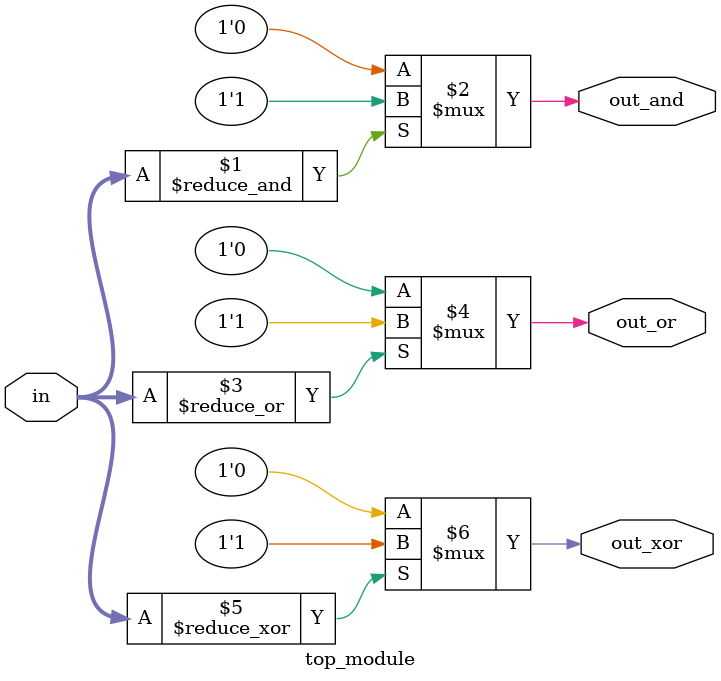
<source format=v>
module top_module( 
    input [99:0] in,
    output out_and,
    output out_or,
    output out_xor 
);
    assign out_and=(&in[99:0])?1'b1:1'b0;
    assign out_or=(|in[99:0])?1'b1:1'b0;
    assign out_xor=(^in[99:0])?1'b1:1'b0;

endmodule

</source>
